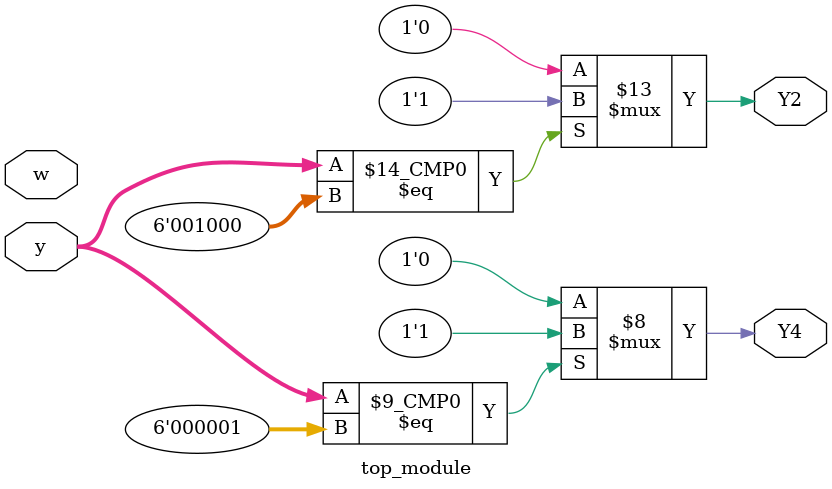
<source format=sv>
module top_module (
    input [6:1] y,
    input w,
    output reg Y2,
    output reg Y4
);

    always @(*) begin
        case(y)
            7'b000001: begin
                Y2 = 1'b0;
                Y4 = 1'b1;
            end
            7'b000010: begin
                Y2 = 1'b0;
                Y4 = 1'b0;
            end
            7'b000100: begin
                Y2 = 1'b0;
                Y4 = 1'b0;
            end
            7'b001000: begin
                Y2 = 1'b1;
                Y4 = 1'b0;
            end
            7'b010000: begin
                Y2 = 1'b0;
                Y4 = 1'b0;
            end
            7'b100000: begin
                Y2 = 1'b0;
                Y4 = 1'b0;
            end
            default: begin
                Y2 = 1'b0;
                Y4 = 1'b0;
            end
        endcase
    end
    
endmodule

</source>
